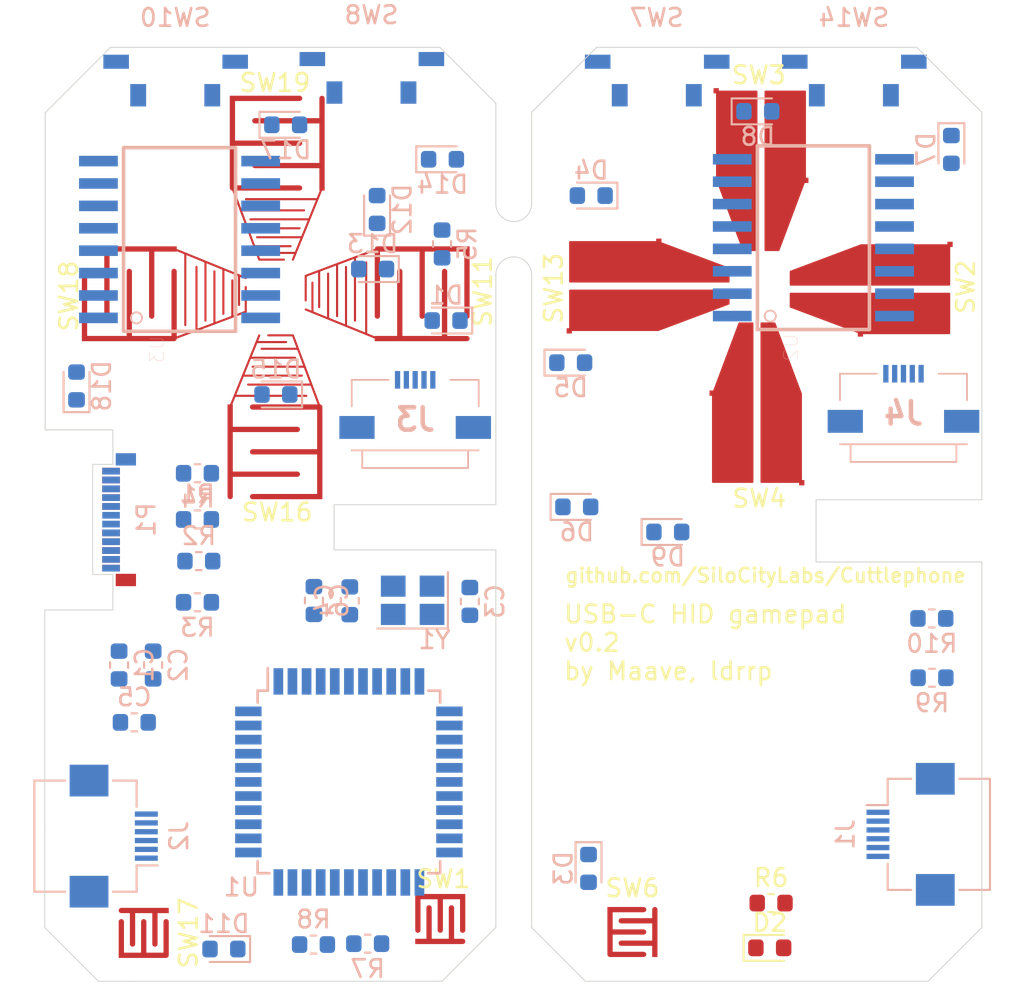
<source format=kicad_pcb>
(kicad_pcb (version 20211014) (generator pcbnew)
  (title_block (title "Phone Gamepad") (rev "v01") (comment 2 "https://creativecommons.org/licenses/by/4.0/") (comment 3 "License: CC BY  4.0") (comment 4 "Author: Maave"))
  (layers (0 "F.Cu" signal) (31 "B.Cu" signal) (34 "B.Paste" user) (35 "F.Paste" user) (36 "B.SilkS" user "B.Silkscreen") (37 "F.SilkS" user "F.Silkscreen") (38 "B.Mask" user) (39 "F.Mask" user) (44 "Edge.Cuts" user))
  (net 0 "")
  (net 1 "+5V")
  (net 2 "GND")
  (net 3 "Net-(C5-Pad1)")
  (net 4 "Net-(C6-Pad1)")
  (net 5 "Net-(D1-Pad1)")
  (net 6 "Net-(P1-PadA5)")
  (net 7 "Net-(P1-PadA7)")
  (net 8 "Net-(P1-PadB5)")
  (net 9 "Net-(SW1-Pad2)")
  (net 10 "Net-(C3-Pad1)")
  (net 11 "Net-(C4-Pad1)")
  (net 12 "Net-(D2-Pad1)")
  (net 13 "Net-(D3-Pad2)")
  (net 14 "/Row1")
  (net 15 "Net-(D4-Pad2)")
  (net 16 "Net-(D5-Pad2)")
  (net 17 "/Row2")
  (net 18 "/Row3")
  (net 19 "Net-(D6-Pad2)")
  (net 20 "Net-(D7-Pad2)")
  (net 21 "Net-(D8-Pad2)")
  (net 22 "Net-(D9-Pad2)")
  (net 23 "Net-(D11-Pad2)")
  (net 24 "Net-(D12-Pad2)")
  (net 25 "Net-(D13-Pad2)")
  (net 26 "Net-(D14-Pad2)")
  (net 27 "Net-(D15-Pad2)")
  (net 28 "Net-(D17-Pad2)")
  (net 29 "Net-(D18-Pad2)")
  (net 30 "/SDA")
  (net 31 "/SCL")
  (net 32 "/JoyRightX")
  (net 33 "/JoyRightY")
  (net 34 "/JoyLeftY")
  (net 35 "/L3")
  (net 36 "/JoyLeftX")
  (net 37 "/R3")
  (net 38 "/D+")
  (net 39 "/D-")
  (net 40 "Net-(R5-Pad2)")
  (net 41 "Net-(R6-Pad2)")
  (net 42 "/Col3")
  (net 43 "/Col2")
  (net 44 "/Col1")
  (net 45 "Net-(U1-Pad41)")
  (net 46 "Net-(U1-Pad40)")
  (net 47 "Net-(U1-Pad33)")
  (net 48 "Net-(U1-Pad32)")
  (net 49 "Net-(U1-Pad31)")
  (net 50 "Net-(U1-Pad30)")
  (net 51 "Net-(U1-Pad29)")
  (net 52 "Net-(U1-Pad28)")
  (net 53 "Net-(U1-Pad27)")
  (net 54 "Net-(U1-Pad26)")
  (net 55 "Net-(U1-Pad25)")
  (net 56 "Net-(U1-Pad22)")
  (net 57 "Net-(U1-Pad21)")
  (net 58 "Net-(U1-Pad20)")
  (net 59 "Net-(U1-Pad12)")
  (net 60 "Net-(U1-Pad11)")
  (net 61 "Net-(U1-Pad10)")
  (net 62 "Net-(U1-Pad9)")
  (net 63 "Net-(U1-Pad8)")
  (net 64 "Net-(U1-Pad1)")
  (net 65 "Net-(U2-Pad3)")
  (net 66 "Net-(U2-Pad1)")
  (net 67 "Net-(U2-Pad13)")
  (net 68 "Net-(U2-Pad2)")
  (net 69 "Net-(U3-Pad13)")
  (net 70 "/GND_L")
  (net 71 "/RowL1")
  (net 72 "/RowL2")
  (net 73 "/RowL3")
  (net 74 "/SDA_L")
  (net 75 "/SCL_L")
  (net 76 "/JoyLeftX_L")
  (net 77 "/JoyLeftY_L")
  (net 78 "/VCC_L")
  (net 79 "/ColL3")
  (net 80 "/ColL2")
  (net 81 "/ColL1")
  (footprint "button-contacts:Dpad_Large_tapered" (layer "F.Cu") (at 168.0718 85.3948)
    (fp_text reference "SW3")
    (fp_text value "Up")
  )
  (footprint "button-contacts:Dpad_Large_tapered" (layer "F.Cu") (at 167.8432 102.5398 180)
    (fp_text reference "SW4")
    (fp_text value "Down")
  )
  (footprint "button-contacts:Small" (layer "F.Cu") (at 160.782 130.556)
    (fp_text reference "SW6")
    (fp_text value "Select")
  )
  (footprint "LED_SMD:LED_0603_1608Metric" (layer "F.Cu") (at 168.57 131.455)
    (fp_text reference "D2")
    (fp_text value "LED")
  )
  (footprint "button-contacts:Large_tapered" (layer "F.Cu") (at 148.8596 94.3661 -90)
    (fp_text reference "SW11")
    (fp_text value "A")
  )
  (footprint "button-contacts:Large_tapered" (layer "F.Cu") (at 140.5128 103.3272 180)
    (fp_text reference "SW16")
    (fp_text value "B")
  )
  (footprint "button-contacts:Large_tapered" (layer "F.Cu") (at 132.2526 94.3661 90)
    (fp_text reference "SW18")
    (fp_text value "Y")
  )
  (footprint "Resistor_SMD:R_0603_1608Metric" (layer "F.Cu") (at 168.646 128.915)
    (fp_text reference "R6")
    (fp_text value "1K")
  )
  (footprint "button-contacts:Dpad_Large_tapered" (layer "F.Cu") (at 176.2506 94.107 -90)
    (fp_text reference "SW2")
    (fp_text value "Right")
  )
  (footprint "button-contacts:Small" (layer "F.Cu") (at 149.8854 129.8194 -90)
    (fp_text reference "SW1")
    (fp_text value "RESET")
  )
  (footprint "button-contacts:Small" (layer "F.Cu") (at 133.0706 130.6068 90)
    (fp_text reference "SW17")
    (fp_text value "Start")
  )
  (footprint "button-contacts:Dpad_Large_tapered" (layer "F.Cu") (at 159.7406 93.9292 90)
    (fp_text reference "SW13")
    (fp_text value "Left")
  )
  (footprint "button-contacts:Large_tapered" (layer "F.Cu") (at 140.6398 85.8266)
    (fp_text reference "SW19")
    (fp_text value "X")
  )
  (footprint "Connector_FFC-FPC:Hirose_FH12-6S-0.5SH_1x06-1MP_P0.50mm_Horizontal" (layer "B.Cu") (at 176.555 125.019 -90)
    (fp_text reference "J1")
    (fp_text value "Conn_01x06")
  )
  (footprint "Connector_USB:USB_C_Plug_Molex_105444" (layer "B.Cu") (at 131.178 107.175 -90)
    (fp_text reference "P1")
    (fp_text value "USB_C_Plug_USB2.0")
  )
  (footprint "Crystal:Crystal_SMD_SeikoEpson_FA238-4Pin_3.2x2.5mm" (layer "B.Cu") (at 148.3184 111.7472 180)
    (fp_text reference "Y1")
    (fp_text value "Crystal_GND24")
  )
  (footprint "right-angle-tact:TL3330" (layer "B.Cu") (at 162.1618 82.2088)
    (fp_text reference "SW7")
    (fp_text value "L1")
  )
  (footprint "Connector_FFC-FPC:Hirose_FH12-6S-0.5SH_1x06-1MP_P0.50mm_Horizontal" (layer "B.Cu") (at 131.369 125.12 90)
    (fp_text reference "J2")
    (fp_text value "Conn_01x06")
  )
  (footprint "Package_QFP:TQFP-44_10x10mm_P0.8mm" (layer "B.Cu") (at 144.7038 122.047 -90)
    (fp_text reference "U1")
    (fp_text value "ATmega32U4-AU")
  )
  (footprint "Capacitor_SMD:C_0603_1608Metric" (layer "B.Cu") (at 131.6736 115.4178 90)
    (fp_text reference "C1")
    (fp_text value "0.1uF")
  )
  (footprint "Capacitor_SMD:C_0603_1608Metric" (layer "B.Cu") (at 133.6044 115.4178 90)
    (fp_text reference "C2")
    (fp_text value "1uF")
  )
  (footprint "Capacitor_SMD:C_0603_1608Metric" (layer "B.Cu") (at 144.7544 111.7742 -90)
    (fp_text reference "C4")
    (fp_text value "22pF")
  )
  (footprint "Capacitor_SMD:C_0603_1608Metric" (layer "B.Cu") (at 132.5373 118.6688 180)
    (fp_text reference "C5")
    (fp_text value "0.1uF")
  )
  (footprint "Capacitor_SMD:C_0603_1608Metric" (layer "B.Cu") (at 142.7226 111.7599 90)
    (fp_text reference "C6")
    (fp_text value "1uF")
  )
  (footprint "LED_SMD:LED_0603_1608Metric" (layer "B.Cu") (at 150.2155 95.885 180)
    (fp_text reference "D1")
    (fp_text value "LED")
  )
  (footprint "Diode_SMD:D_0603_1608Metric" (layer "B.Cu") (at 158.2928 126.9491 -90)
    (fp_text reference "D3")
    (fp_text value "1N4148")
  )
  (footprint "Diode_SMD:D_0603_1608Metric" (layer "B.Cu") (at 158.4452 88.7984 180)
    (fp_text reference "D4")
    (fp_text value "1N4148")
  )
  (footprint "Diode_SMD:D_0603_1608Metric" (layer "B.Cu") (at 157.282 98.2726)
    (fp_text reference "D5")
    (fp_text value "1N4148")
  )
  (footprint "Diode_SMD:D_0603_1608Metric" (layer "B.Cu") (at 157.627 106.451)
    (fp_text reference "D6")
    (fp_text value "1N4148")
  )
  (footprint "Diode_SMD:D_0603_1608Metric" (layer "B.Cu") (at 178.8668 86.1821 -90)
    (fp_text reference "D7")
    (fp_text value "1N4148")
  )
  (footprint "Diode_SMD:D_0603_1608Metric" (layer "B.Cu") (at 167.8939 84.0232)
    (fp_text reference "D8")
    (fp_text value "1N4148")
  )
  (footprint "Diode_SMD:D_0603_1608Metric" (layer "B.Cu") (at 162.788 107.874)
    (fp_text reference "D9")
    (fp_text value "1N4148")
  )
  (footprint "Diode_SMD:D_0603_1608Metric" (layer "B.Cu") (at 137.617 131.521 180)
    (fp_text reference "D11")
    (fp_text value "1N4148")
  )
  (footprint "Diode_SMD:D_0603_1608Metric" (layer "B.Cu") (at 146.0499 92.964 180)
    (fp_text reference "D13")
    (fp_text value "1N4148")
  )
  (footprint "Diode_SMD:D_0603_1608Metric" (layer "B.Cu") (at 150.012 86.741)
    (fp_text reference "D14")
    (fp_text value "1N4148")
  )
  (footprint "Diode_SMD:D_0603_1608Metric" (layer "B.Cu") (at 140.564 100.076 180)
    (fp_text reference "D15")
    (fp_text value "1N4148")
  )
  (footprint "Diode_SMD:D_0603_1608Metric" (layer "B.Cu") (at 141.1224 84.7852)
    (fp_text reference "D17")
    (fp_text value "1N4148")
  )
  (footprint "Diode_SMD:D_0603_1608Metric" (layer "B.Cu") (at 129.2606 99.5933 90)
    (fp_text reference "D18")
    (fp_text value "1N4148")
  )
  (footprint "molex_5051100592:5051100592" (layer "B.Cu") (at 148.463 101.5462 180)
    (fp_text reference "J3")
    (fp_text value "Conn_01x05" hide)
  )
  (footprint "molex_5051100592:5051100592" (layer "B.Cu") (at 176.151 101.2 180)
    (fp_text reference "J4")
    (fp_text value "Conn_01x05" hide)
  )
  (footprint "right-angle-tact:TL3330" (layer "B.Cu") (at 145.982 82.0564)
    (fp_text reference "SW8")
    (fp_text value "R1")
  )
  (footprint "pcf8574:SO16W" (layer "B.Cu") (at 171.0436 91.186 90)
    (fp_text reference "U2")
    (fp_text value "PCF8574")
  )
  (footprint "pcf8574:SO16W" (layer "B.Cu") (at 135.1026 91.2876 90)
    (fp_text reference "U3")
    (fp_text value "PCF8574")
  )
  (footprint "Resistor_SMD:R_0603_1608Metric" (layer "B.Cu") (at 136.1185 107.1626 180)
    (fp_text reference "R1")
    (fp_text value "22")
  )
  (footprint "Resistor_SMD:R_0603_1608Metric" (layer "B.Cu") (at 136.1947 109.5248 180)
    (fp_text reference "R2")
    (fp_text value "22")
  )
  (footprint "Resistor_SMD:R_0603_1608Metric" (layer "B.Cu") (at 136.1185 104.5464)
    (fp_text reference "R4")
    (fp_text value "5.1k")
  )
  (footprint "Resistor_SMD:R_0603_1608Metric" (layer "B.Cu") (at 149.987 91.5416 90)
    (fp_text reference "R5")
    (fp_text value "1K")
  )
  (footprint "Resistor_SMD:R_0603_1608Metric" (layer "B.Cu") (at 145.77 131.216)
    (fp_text reference "R7")
    (fp_text value "1K")
  )
  (footprint "Resistor_SMD:R_0603_1608Metric" (layer "B.Cu") (at 142.697 131.267 180)
    (fp_text reference "R8")
    (fp_text value "1K")
  )
  (footprint "Resistor_SMD:R_0603_1608Metric" (layer "B.Cu") (at 177.769 116.139)
    (fp_text reference "R9")
    (fp_text value "1K")
  )
  (footprint "Resistor_SMD:R_0603_1608Metric" (layer "B.Cu") (at 177.759 112.776)
    (fp_text reference "R10")
    (fp_text value "1K")
  )
  (footprint "right-angle-tact:TL3330" (layer "B.Cu") (at 134.8568 82.2088)
    (fp_text reference "SW10")
    (fp_text value "R2")
  )
  (footprint "right-angle-tact:TL3330" (layer "B.Cu") (at 173.3378 82.2088)
    (fp_text reference "SW14")
    (fp_text value "L2")
  )
  (footprint "Resistor_SMD:R_0603_1608Metric" (layer "B.Cu") (at 136.1185 111.8616)
    (fp_text reference "R3")
    (fp_text value "5.1k")
  )
  (footprint "Diode_SMD:D_0603_1608Metric" (layer "B.Cu") (at 146.304 89.5859 90)
    (fp_text reference "D12")
    (fp_text value "1N4148")
  )
  (footprint "Capacitor_SMD:C_0603_1608Metric" (layer "B.Cu") (at 151.5624 111.8102 90)
    (fp_text reference "C3")
    (fp_text value "22pF")
  )
  (gr_line (start 131.318 110.2868) (end 130.175 110.2868) (layer "Edge.Cuts") (width 0.05))
  (gr_line (start 131.318 110.2868) (end 131.318 111.4806) (layer "Edge.Cuts") (width 0.05))
  (gr_line (start 131.318 104.0384) (end 130.175 104.0384) (layer "Edge.Cuts") (width 0.05))
  (gr_line (start 130.175 104.0384) (end 130.175 110.2868) (layer "Edge.Cuts") (width 0.05))
  (gr_line (start 127.4572 112.2934) (end 127.4572 112.776) (layer "Edge.Cuts") (width 0.05))
  (gr_line (start 131.318 102.0826) (end 130.4544 102.0826) (layer "Edge.Cuts") (width 0.05))
  (gr_line (start 131.318 112.2934) (end 130.4544 112.2934) (layer "Edge.Cuts") (width 0.05))
  (gr_line (start 127.4572 112.776) (end 127.4572 124.714) (layer "Edge.Cuts") (width 0.05))
  (gr_arc (start 155.067 89.2556) (mid 154.051 90.2716) (end 153.035 89.2556) (layer "Edge.Cuts") (width 0.05))
  (gr_arc (start 153.035 93.2942) (mid 154.051 92.2782) (end 155.067 93.2942) (layer "Edge.Cuts") (width 0.05))
  (gr_line (start 130.5052 133.35) (end 132.461 133.35) (layer "Edge.Cuts") (width 0.05))
  (gr_line (start 153.035 83.566) (end 153.035 84.328) (layer "Edge.Cuts") (width 0.05))
  (gr_line (start 149.987 133.35) (end 132.461 133.35) (layer "Edge.Cuts") (width 0.05))
  (gr_line (start 153.035 125.349) (end 153.035 130.302) (layer "Edge.Cuts") (width 0.05))
  (gr_line (start 180.594 96.266) (end 180.594 84.074) (layer "Edge.Cuts") (width 0.05))
  (gr_line (start 180.594 84.074) (end 176.911 80.391) (layer "Edge.Cuts") (width 0.05))
  (gr_line (start 177.546 133.35) (end 180.594 130.302) (layer "Edge.Cuts") (width 0.05))
  (gr_line (start 158.75 80.391) (end 155.067 84.074) (layer "Edge.Cuts") (width 0.05))
  (gr_line (start 131.191 80.391) (end 149.86 80.391) (layer "Edge.Cuts") (width 0.05))
  (gr_line (start 180.594 96.266) (end 180.594 100.711) (layer "Edge.Cuts") (width 0.05))
  (gr_line (start 153.035 84.328) (end 153.035 89.2556) (layer "Edge.Cuts") (width 0.05))
  (gr_line (start 155.067 89.2556) (end 155.067 84.074) (layer "Edge.Cuts") (width 0.05))
  (gr_line (start 155.067 93.2942) (end 155.067 130.302) (layer "Edge.Cuts") (width 0.05))
  (gr_line (start 127.508 84.074) (end 127.4826 84.0994) (layer "Edge.Cuts") (width 0.05))
  (gr_line (start 153.035 125.349) (end 153.035 108.8898) (layer "Edge.Cuts") (width 0.05))
  (gr_line (start 153.035 106.3244) (end 153.035 93.2942) (layer "Edge.Cuts") (width 0.05))
  (gr_line (start 180.594 100.711) (end 180.594 106.045) (layer "Edge.Cuts") (width 0.05))
  (gr_line (start 180.594 109.5756) (end 180.594 130.302) (layer "Edge.Cuts") (width 0.05))
  (gr_line (start 131.318 104.0384) (end 131.318 102.87) (layer "Edge.Cuts") (width 0.05))
  (gr_line (start 171.196 109.5756) (end 180.594 109.5756) (layer "Edge.Cuts") (width 0.05))
  (gr_line (start 130.4544 102.0826) (end 127.4826 102.0826) (layer "Edge.Cuts") (width 0.05))
  (gr_line (start 153.035 106.3244) (end 143.8656 106.3244) (layer "Edge.Cuts") (width 0.05))
  (gr_line (start 149.86 80.391) (end 153.035 83.566) (layer "Edge.Cuts") (width 0.05))
  (gr_line (start 130.4544 112.2934) (end 127.4572 112.2934) (layer "Edge.Cuts") (width 0.05))
  (gr_line (start 143.8656 108.8898) (end 153.035 108.8898) (layer "Edge.Cuts") (width 0.05))
  (gr_line (start 127.4572 130.302) (end 130.5052 133.35) (layer "Edge.Cuts") (width 0.05))
  (gr_line (start 127.4826 102.0826) (end 127.4826 84.0994) (layer "Edge.Cuts") (width 0.05))
  (gr_line (start 158.115 133.35) (end 177.546 133.35) (layer "Edge.Cuts") (width 0.05))
  (gr_line (start 143.8656 106.3244) (end 143.8656 108.8898) (layer "Edge.Cuts") (width 0.05))
  (gr_line (start 171.196 106.045) (end 171.196 109.5756) (layer "Edge.Cuts") (width 0.05))
  (gr_line (start 176.911 80.391) (end 158.75 80.391) (layer "Edge.Cuts") (width 0.05))
  (gr_line (start 153.035 130.302) (end 149.987 133.35) (layer "Edge.Cuts") (width 0.05))
  (gr_line (start 131.191 80.391) (end 127.508 84.074) (layer "Edge.Cuts") (width 0.05))
  (gr_line (start 127.4572 124.714) (end 127.4572 130.302) (layer "Edge.Cuts") (width 0.05))
  (gr_line (start 131.318 102.87) (end 131.318 102.0826) (layer "Edge.Cuts") (width 0.05))
  (gr_line (start 131.318 111.4806) (end 131.318 112.2934) (layer "Edge.Cuts") (width 0.05))
  (gr_line (start 155.067 130.302) (end 158.115 133.35) (layer "Edge.Cuts") (width 0.05))
  (gr_line (start 180.594 106.045) (end 171.196 106.045) (layer "Edge.Cuts") (width 0.05))
  (gr_text "USB-C HID gamepad\nv0.2\nby Maave, ldrrp" (at 156.8196 114.1476) (layer "F.SilkS") (effects (font (size 1 1)) (justify left)))
  (gr_text "github.com/SiloCityLabs/Cuttlephone" (at 168.334 110.3376) (layer "F.SilkS") (effects (font (size 0.8 0.8))))
)
</source>
